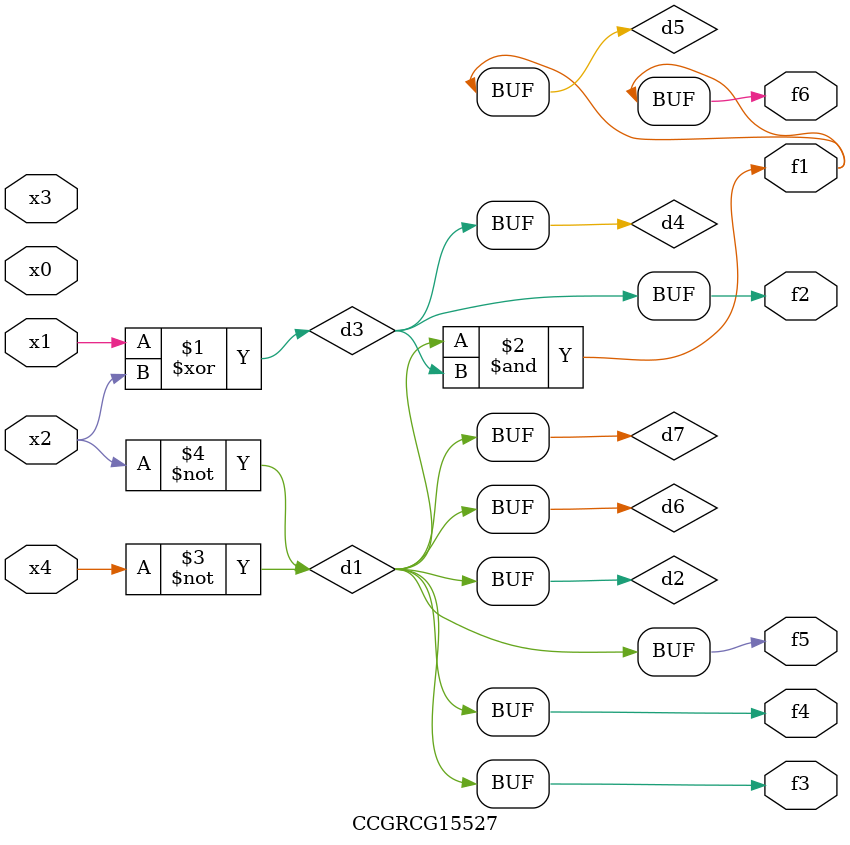
<source format=v>
module CCGRCG15527(
	input x0, x1, x2, x3, x4,
	output f1, f2, f3, f4, f5, f6
);

	wire d1, d2, d3, d4, d5, d6, d7;

	not (d1, x4);
	not (d2, x2);
	xor (d3, x1, x2);
	buf (d4, d3);
	and (d5, d1, d3);
	buf (d6, d1, d2);
	buf (d7, d2);
	assign f1 = d5;
	assign f2 = d4;
	assign f3 = d7;
	assign f4 = d7;
	assign f5 = d7;
	assign f6 = d5;
endmodule

</source>
